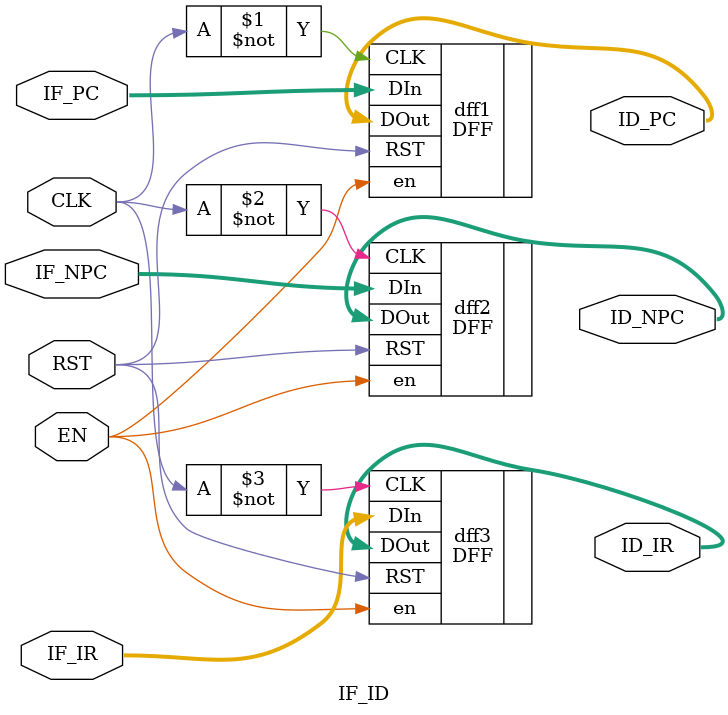
<source format=v>
`timescale 1ns / 1ps


module IF_ID(
    input CLK,RST,EN,
    input [31:0] IF_PC, IF_NPC, IF_IR,
    output [31:0] ID_PC, ID_NPC, ID_IR
    );

	 DFF dff1(.CLK(~CLK), .en(EN), .RST(RST), .DIn(IF_PC), .DOut(ID_PC));
	 DFF dff2(.CLK(~CLK), .en(EN), .RST(RST), .DIn(IF_NPC), .DOut(ID_NPC));
	 DFF dff3(.CLK(~CLK), .en(EN), .RST(RST), .DIn(IF_IR), .DOut(ID_IR));

/*    
always@(negedge CLK)
    begin
    if(RST)
    begin
        ID_PC <= 32'b0;
        ID_IR <= 32'b0;
        ID_NPC <= 32'b0;
    end
    else if(EN)
    begin
        ID_PC <= IF_PC;
        ID_IR <= IF_IR;
        ID_NPC <= IF_NPC;
    end
    end
*/    
endmodule

</source>
